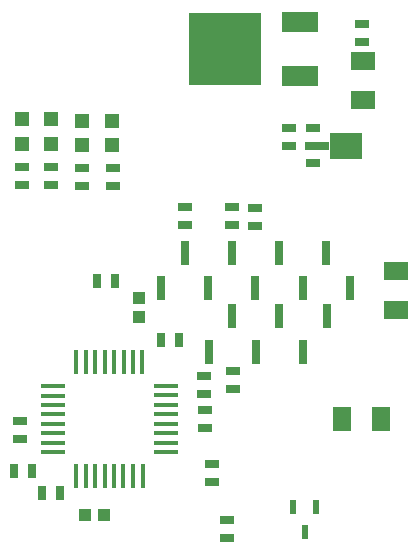
<source format=gtp>
G04 (created by PCBNEW (2013-03-19 BZR 4004)-stable) date 11/06/2013 19:40:29*
%MOIN*%
G04 Gerber Fmt 3.4, Leading zero omitted, Abs format*
%FSLAX34Y34*%
G01*
G70*
G90*
G04 APERTURE LIST*
%ADD10C,2.3622e-006*%
%ADD11R,0.0315X0.0807*%
%ADD12R,0.0787X0.0177*%
%ADD13R,0.0177X0.0787*%
%ADD14R,0.06X0.08*%
%ADD15R,0.08X0.06*%
%ADD16R,0.045X0.025*%
%ADD17R,0.025X0.045*%
%ADD18R,0.0472X0.0472*%
%ADD19R,0.0394X0.0394*%
%ADD20R,0.12X0.065*%
%ADD21R,0.24X0.24*%
%ADD22R,0.0236X0.0512*%
%ADD23R,0.0472X0.0276*%
%ADD24R,0.0787X0.0276*%
%ADD25R,0.1103X0.0866*%
G04 APERTURE END LIST*
G54D10*
G54D11*
X47460Y-36247D03*
X46673Y-35065D03*
X45885Y-36247D03*
X48247Y-35065D03*
X49035Y-36247D03*
X49822Y-35065D03*
G54D12*
X40692Y-39603D03*
X40692Y-39288D03*
X40692Y-38973D03*
X40692Y-38658D03*
X40692Y-38343D03*
X40692Y-38028D03*
X40692Y-37713D03*
X40692Y-37398D03*
X44458Y-37400D03*
X44458Y-39610D03*
X44458Y-39290D03*
X44458Y-38970D03*
X44458Y-38660D03*
X44458Y-38340D03*
X44458Y-38030D03*
X44458Y-37710D03*
G54D13*
X41476Y-36610D03*
X41790Y-36610D03*
X42106Y-36610D03*
X42420Y-36610D03*
X42736Y-36610D03*
X43050Y-36610D03*
X43366Y-36610D03*
X43680Y-36610D03*
X41478Y-40390D03*
X41788Y-40390D03*
X42108Y-40390D03*
X42418Y-40390D03*
X42728Y-40390D03*
X43048Y-40390D03*
X43368Y-40390D03*
X43688Y-40390D03*
G54D14*
X51636Y-38506D03*
X50336Y-38506D03*
G54D15*
X51040Y-27860D03*
X51040Y-26560D03*
G54D16*
X39606Y-39162D03*
X39606Y-38562D03*
X51010Y-25330D03*
X51010Y-25930D03*
X48550Y-28780D03*
X48550Y-29380D03*
G54D17*
X40342Y-40952D03*
X40942Y-40952D03*
X39990Y-40236D03*
X39390Y-40236D03*
G54D16*
X47446Y-32060D03*
X47446Y-31460D03*
X46000Y-39988D03*
X46000Y-40588D03*
G54D17*
X44290Y-35870D03*
X44890Y-35870D03*
G54D16*
X46684Y-37484D03*
X46684Y-36884D03*
X46666Y-32040D03*
X46666Y-31440D03*
X45088Y-32038D03*
X45088Y-31438D03*
G54D18*
X42670Y-29373D03*
X42670Y-28547D03*
X41660Y-29373D03*
X41660Y-28547D03*
X40640Y-29323D03*
X40640Y-28497D03*
G54D15*
X52140Y-33550D03*
X52140Y-34850D03*
G54D16*
X45750Y-38806D03*
X45750Y-38206D03*
G54D17*
X42756Y-33902D03*
X42156Y-33902D03*
G54D16*
X46494Y-41862D03*
X46494Y-42462D03*
X45740Y-37070D03*
X45740Y-37670D03*
X42688Y-30724D03*
X42688Y-30124D03*
X41660Y-30724D03*
X41660Y-30124D03*
X40644Y-30708D03*
X40644Y-30108D03*
X39664Y-30706D03*
X39664Y-30106D03*
G54D18*
X39670Y-29327D03*
X39670Y-28501D03*
G54D11*
X45871Y-34131D03*
X45084Y-32949D03*
X44296Y-34131D03*
X46658Y-32949D03*
X47446Y-34131D03*
X48233Y-32949D03*
X49020Y-34130D03*
X49808Y-32949D03*
X50595Y-34130D03*
G54D19*
X41774Y-41680D03*
X42414Y-41680D03*
G54D20*
X48930Y-27076D03*
G54D21*
X46430Y-26176D03*
G54D20*
X48930Y-25276D03*
G54D19*
X43560Y-34456D03*
X43560Y-35096D03*
G54D22*
X49084Y-42259D03*
X48709Y-41433D03*
X49459Y-41433D03*
G54D23*
X49352Y-28789D03*
G54D24*
X49509Y-29380D03*
G54D23*
X49352Y-29971D03*
G54D25*
X50454Y-29380D03*
M02*

</source>
